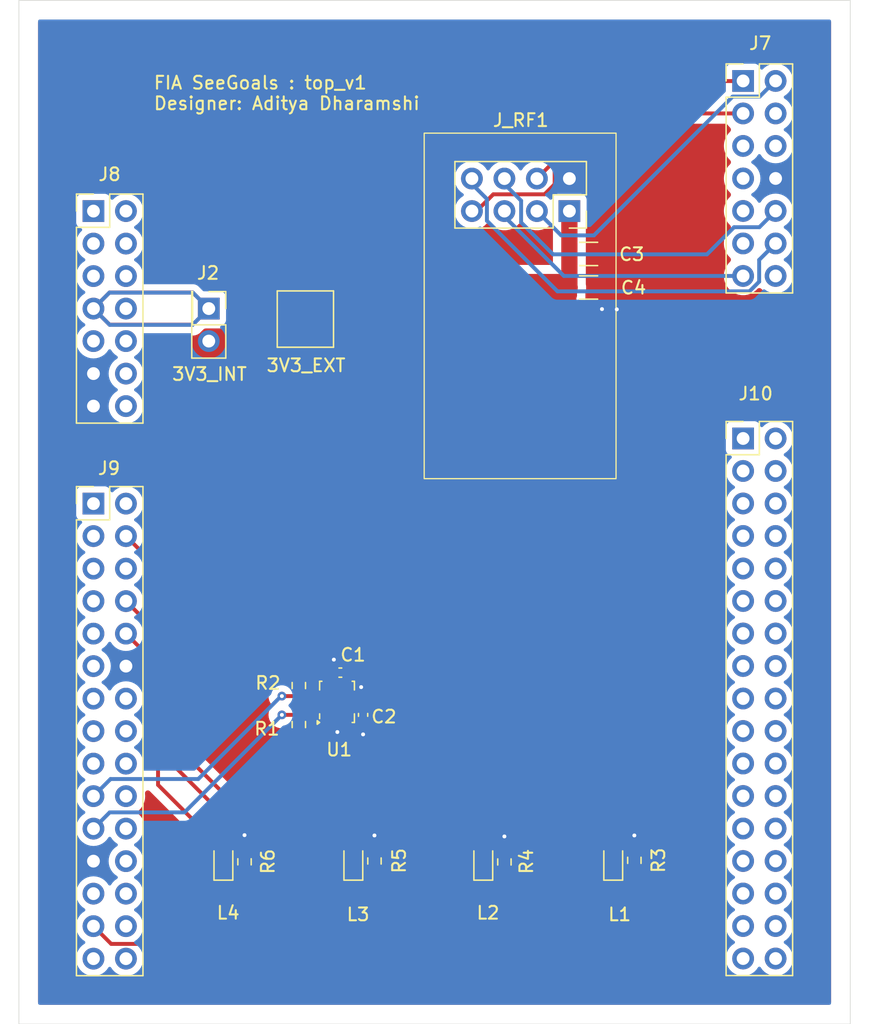
<source format=kicad_pcb>
(kicad_pcb (version 20240108) (generator "pcbnew") (generator_version "8.0")
  (layers (0 "F.Cu" signal) (31 "B.Cu" signal) (34 "B.Paste" user) (35 "F.Paste" user) (36 "B.SilkS" user "B.Silkscreen") (37 "F.SilkS" user "F.Silkscreen") (38 "B.Mask" user) (39 "F.Mask" user) (44 "Edge.Cuts" user))
  (net 0 "")
  (net 1 "/3V3")
  (net 2 "GND")
  (net 3 "/STM/RF_SCK")
  (net 4 "/STM/RF_MOSI")
  (net 5 "/STM/RF_IRQ")
  (net 8 "/STM/RF_CE")
  (net 9 "/STM/RF_CSN")
  (net 10 "/STM/RF_MISO")
  (net 19 "Net-(J2-Pin_1)")
  (net 83 "/IMU/SDA")
  (net 84 "/IMU/SCL")
  (net 85 "/IMU/INT2")
  (net 86 "/IMU/CS")
  (net 87 "/IMU/INT1")
  (net 90 "/IMU/SDO_SAO")
  (net 91 "Net-(L1-K)")
  (net 92 "Net-(L2-K)")
  (net 93 "Net-(L3-K)")
  (net 94 "Net-(L4-K)")
  (net 95 "/STM/LED1")
  (net 96 "/STM/LED3")
  (net 97 "/STM/LED2")
  (net 98 "/STM/LED4")
  (footprint "Capacitor_SMD:C_1206_3216Metric" (layer "F.Cu") (at 150.47 84.63)
    (property "Reference" "C3" (at 3.38 0.03 0) (layer "F.SilkS") (effects (font (thickness 0.16))))
    (property "Value" "8.2p")
    (fp_line (start -0.711252 -0.91) (end 0.711252 -0.91) (stroke (width 0.12)) (layer "F.SilkS"))
    (fp_line (start -0.711252 0.91) (end 0.711252 0.91) (stroke (width 0.12)) (layer "F.SilkS"))
    (pad "1" smd roundrect (at -1.475 0) (size 1.15 1.8) (layers "F.Cu" "F.Paste" "F.Mask") (roundrect_rratio 0.217391) (net 1 "/3V3"))
    (pad "2" smd roundrect (at 1.475 0) (size 1.15 1.8) (layers "F.Cu" "F.Paste" "F.Mask") (roundrect_rratio 0.217391) (net 2 "GND"))
  )
  (footprint "Connector_PinHeader_2.54mm:PinHeader_2x15_P2.54mm_Vertical" (layer "F.Cu") (at 111.76 104.14)
    (property "Reference" "J9" (at 1.22 -2.76 180) (layer "F.SilkS") (effects (font (thickness 0.16))))
    (property "Value" "Conn_02x30_Odd_Even")
    (fp_line (start -1.33 -1.33) (end 0 -1.33) (stroke (width 0.12)) (layer "F.SilkS"))
    (fp_line (start -1.33 0) (end -1.33 -1.33) (stroke (width 0.12)) (layer "F.SilkS"))
    (fp_line (start -1.33 1.27) (end -1.33 36.89) (stroke (width 0.12)) (layer "F.SilkS"))
    (fp_line (start -1.33 1.27) (end 1.27 1.27) (stroke (width 0.12)) (layer "F.SilkS"))
    (fp_line (start -1.33 36.89) (end 3.87 36.89) (stroke (width 0.12)) (layer "F.SilkS"))
    (fp_line (start 1.27 -1.33) (end 3.87 -1.33) (stroke (width 0.12)) (layer "F.SilkS"))
    (fp_line (start 1.27 1.27) (end 1.27 -1.33) (stroke (width 0.12)) (layer "F.SilkS"))
    (fp_line (start 3.87 -1.33) (end 3.87 36.89) (stroke (width 0.12)) (layer "F.SilkS"))
    (pad "1" thru_hole rect (at 0 0) (size 1.7 1.7) (drill 1) (layers "*.Cu" "*.Mask"))
    (pad "2" thru_hole oval (at 2.54 0) (size 1.7 1.7) (drill 1) (layers "*.Cu" "*.Mask"))
    (pad "3" thru_hole oval (at 0 2.54) (size 1.7 1.7) (drill 1) (layers "*.Cu" "*.Mask"))
    (pad "4" thru_hole oval (at 2.54 2.54) (size 1.7 1.7) (drill 1) (layers "*.Cu" "*.Mask") (net 96 "/STM/LED3"))
    (pad "5" thru_hole oval (at 0 5.08) (size 1.7 1.7) (drill 1) (layers "*.Cu" "*.Mask"))
    (pad "6" thru_hole oval (at 2.54 5.08) (size 1.7 1.7) (drill 1) (layers "*.Cu" "*.Mask"))
    (pad "7" thru_hole oval (at 0 7.62) (size 1.7 1.7) (drill 1) (layers "*.Cu" "*.Mask"))
    (pad "8" thru_hole oval (at 2.54 7.62) (size 1.7 1.7) (drill 1) (layers "*.Cu" "*.Mask") (net 97 "/STM/LED2"))
    (pad "9" thru_hole oval (at 0 10.16) (size 1.7 1.7) (drill 1) (layers "*.Cu" "*.Mask"))
    (pad "10" thru_hole oval (at 2.54 10.16) (size 1.7 1.7) (drill 1) (layers "*.Cu" "*.Mask") (net 98 "/STM/LED4"))
    (pad "11" thru_hole oval (at 0 12.7) (size 1.7 1.7) (drill 1) (layers "*.Cu" "*.Mask"))
    (pad "12" thru_hole oval (at 2.54 12.7) (size 1.7 1.7) (drill 1) (layers "*.Cu" "*.Mask") (net 2 "GND"))
    (pad "13" thru_hole oval (at 0 15.24) (size 1.7 1.7) (drill 1) (layers "*.Cu" "*.Mask"))
    (pad "14" thru_hole oval (at 2.54 15.24) (size 1.7 1.7) (drill 1) (layers "*.Cu" "*.Mask"))
    (pad "15" thru_hole oval (at 0 17.78) (size 1.7 1.7) (drill 1) (layers "*.Cu" "*.Mask"))
    (pad "16" thru_hole oval (at 2.54 17.78) (size 1.7 1.7) (drill 1) (layers "*.Cu" "*.Mask"))
    (pad "17" thru_hole oval (at 0 20.32) (size 1.7 1.7) (drill 1) (layers "*.Cu" "*.Mask"))
    (pad "18" thru_hole oval (at 2.54 20.32) (size 1.7 1.7) (drill 1) (layers "*.Cu" "*.Mask"))
    (pad "19" thru_hole oval (at 0 22.86) (size 1.7 1.7) (drill 1) (layers "*.Cu" "*.Mask") (net 84 "/IMU/SCL"))
    (pad "20" thru_hole oval (at 2.54 22.86) (size 1.7 1.7) (drill 1) (layers "*.Cu" "*.Mask"))
    (pad "21" thru_hole oval (at 0 25.4) (size 1.7 1.7) (drill 1) (layers "*.Cu" "*.Mask") (net 83 "/IMU/SDA"))
    (pad "22" thru_hole oval (at 2.54 25.4) (size 1.7 1.7) (drill 1) (layers "*.Cu" "*.Mask"))
    (pad "23" thru_hole oval (at 0 27.94) (size 1.7 1.7) (drill 1) (layers "*.Cu" "*.Mask") (net 2 "GND"))
    (pad "24" thru_hole oval (at 2.54 27.94) (size 1.7 1.7) (drill 1) (layers "*.Cu" "*.Mask"))
    (pad "25" thru_hole oval (at 0 30.48) (size 1.7 1.7) (drill 1) (layers "*.Cu" "*.Mask"))
    (pad "26" thru_hole oval (at 2.54 30.48) (size 1.7 1.7) (drill 1) (layers "*.Cu" "*.Mask"))
    (pad "27" thru_hole oval (at 0 33.02) (size 1.7 1.7) (drill 1) (layers "*.Cu" "*.Mask") (net 95 "/STM/LED1"))
    (pad "28" thru_hole oval (at 2.54 33.02) (size 1.7 1.7) (drill 1) (layers "*.Cu" "*.Mask"))
    (pad "29" thru_hole oval (at 0 35.56) (size 1.7 1.7) (drill 1) (layers "*.Cu" "*.Mask"))
    (pad "30" thru_hole oval (at 2.54 35.56) (size 1.7 1.7) (drill 1) (layers "*.Cu" "*.Mask"))
  )
  (footprint "LED_SMD:LED_0603_1608Metric" (layer "F.Cu") (at 152.4 132.08 90)
    (property "Reference" "L1" (at -4.167 0.497 180) (layer "F.SilkS") (effects (font (thickness 0.16))))
    (property "Value" "RED LED")
    (fp_line (start 0.8 -0.735) (end -1.485 -0.735) (stroke (width 0.12)) (layer "F.SilkS"))
    (fp_line (start -1.485 -0.735) (end -1.485 0.735) (stroke (width 0.12)) (layer "F.SilkS"))
    (fp_line (start -1.485 0.735) (end 0.8 0.735) (stroke (width 0.12)) (layer "F.SilkS"))
    (pad "1" smd roundrect (at -0.787501 0 90) (size 0.875 0.95) (layers "F.Cu" "F.Paste" "F.Mask") (net 91 "Net-(L1-K)"))
    (pad "2" smd roundrect (at 0.787501 0 90) (size 0.875 0.95) (layers "F.Cu" "F.Paste" "F.Mask") (net 95 "/STM/LED1"))
  )
  (footprint "Resistor_SMD:R_0603_1608Metric" (layer "F.Cu") (at 143.891 132.143 -90)
    (property "Reference" "R4" (at -0.033 -1.719 90) (layer "F.SilkS") (effects (font (thickness 0.16))))
    (property "Value" "16.2")
    (fp_line (start -0.237258 0.5225) (end 0.237258 0.5225) (stroke (width 0.12)) (layer "F.SilkS"))
    (fp_line (start -0.237258 -0.5225) (end 0.237258 -0.5225) (stroke (width 0.12)) (layer "F.SilkS"))
    (pad "1" smd roundrect (at -0.825 0 270) (size 0.8 0.95) (layers "F.Cu" "F.Paste" "F.Mask") (net 2 "GND"))
    (pad "2" smd roundrect (at 0.825 0 270) (size 0.8 0.95) (layers "F.Cu" "F.Paste" "F.Mask") (net 92 "Net-(L2-K)"))
  )
  (footprint "LED_SMD:LED_0603_1608Metric" (layer "F.Cu") (at 121.92 132.08 90)
    (property "Reference" "L4" (at -4.04 0.37 180) (layer "F.SilkS") (effects (font (thickness 0.16))))
    (property "Value" "BLUE LED")
    (fp_line (start 0.8 -0.735) (end -1.485 -0.735) (stroke (width 0.12)) (layer "F.SilkS"))
    (fp_line (start -1.485 -0.735) (end -1.485 0.735) (stroke (width 0.12)) (layer "F.SilkS"))
    (fp_line (start -1.485 0.735) (end 0.8 0.735) (stroke (width 0.12)) (layer "F.SilkS"))
    (pad "1" smd roundrect (at -0.787501 0 90) (size 0.875 0.95) (layers "F.Cu" "F.Paste" "F.Mask") (net 94 "Net-(L4-K)"))
    (pad "2" smd roundrect (at 0.787501 0 90) (size 0.875 0.95) (layers "F.Cu" "F.Paste" "F.Mask") (net 98 "/STM/LED4"))
  )
  (footprint "LED_SMD:LED_0603_1608Metric" (layer "F.Cu") (at 132.08 132.08 90)
    (property "Reference" "L3" (at -4.167 0.369999 180) (layer "F.SilkS") (effects (font (thickness 0.16))))
    (property "Value" "WHITE LED")
    (fp_line (start 0.8 -0.735) (end -1.485 -0.735) (stroke (width 0.12)) (layer "F.SilkS"))
    (fp_line (start -1.485 -0.735) (end -1.485 0.735) (stroke (width 0.12)) (layer "F.SilkS"))
    (fp_line (start -1.485 0.735) (end 0.8 0.735) (stroke (width 0.12)) (layer "F.SilkS"))
    (pad "1" smd roundrect (at -0.787501 0 90) (size 0.875 0.95) (layers "F.Cu" "F.Paste" "F.Mask") (net 93 "Net-(L3-K)"))
    (pad "2" smd roundrect (at 0.787501 0 90) (size 0.875 0.95) (layers "F.Cu" "F.Paste" "F.Mask") (net 97 "/STM/LED2"))
  )
  (footprint "TestPoint:TestPoint_Pad_4.0x4.0mm" (layer "F.Cu") (at 128.33 89.72)
    (property "Reference" "H1" (hide yes))
    (property "Value" "MountingHole_Pad")
    (fp_line (start -2.2 -2.2) (end 2.2 -2.2) (stroke (width 0.12)) (layer "F.SilkS"))
    (fp_line (start -2.2 2.2) (end -2.2 -2.2) (stroke (width 0.12)) (layer "F.SilkS"))
    (fp_line (start 2.2 -2.2) (end 2.2 2.2) (stroke (width 0.12)) (layer "F.SilkS"))
    (fp_line (start 2.2 2.2) (end -2.2 2.2) (stroke (width 0.12)) (layer "F.SilkS"))
    (pad "1" smd rect (at 0 0) (size 4 4) (layers "F.Cu" "F.Mask") (net 1 "/3V3"))
  )
  (footprint "Resistor_SMD:R_0603_1608Metric" (layer "F.Cu") (at 127.8187 118.3577 -90)
    (property "Reference" "R2" (at -0.1977 2.4187 180) (layer "F.SilkS") (effects (font (thickness 0.16))))
    (property "Value" "1k")
    (fp_line (start -0.237258 0.5225) (end 0.237258 0.5225) (stroke (width 0.12)) (layer "F.SilkS"))
    (fp_line (start -0.237258 -0.5225) (end 0.237258 -0.5225) (stroke (width 0.12)) (layer "F.SilkS"))
    (pad "1" smd roundrect (at -0.825 0 270) (size 0.8 0.95) (layers "F.Cu" "F.Paste" "F.Mask") (net 1 "/3V3"))
    (pad "2" smd roundrect (at 0.825 0 270) (size 0.8 0.95) (layers "F.Cu" "F.Paste" "F.Mask") (net 84 "/IMU/SCL"))
  )
  (footprint "Package_LGA:LGA-14_3x2.5mm_P0.5mm_LayoutBorder3x4y" (layer "F.Cu") (at 130.8039 119.634 90)
    (property "Reference" "U1" (at -3.736 0.1661 180) (layer "F.SilkS") (effects (font (thickness 0.16))))
    (property "Value" "LSM6DSLTR")
    (fp_line (start 1.61 -1.36) (end 1.61 -1.185) (stroke (width 0.12)) (layer "F.SilkS"))
    (fp_line (start 0.935 -1.36) (end 1.61 -1.36) (stroke (width 0.12)) (layer "F.SilkS"))
    (fp_line (start -0.935 -1.36) (end -1.31 -1.36) (stroke (width 0.12)) (layer "F.SilkS"))
    (fp_line (start 1.61 1.36) (end 1.61 1.185) (stroke (width 0.12)) (layer "F.SilkS"))
    (fp_line (start 0.935 1.36) (end 1.61 1.36) (stroke (width 0.12)) (layer "F.SilkS"))
    (fp_line (start -0.935 1.36) (end -1.61 1.36) (stroke (width 0.12)) (layer "F.SilkS"))
    (fp_line (start -1.61 1.36) (end -1.61 1.185) (stroke (width 0.12)) (layer "F.SilkS"))
    (fp_poly (pts (xy -1.61 -1.36) (xy -1.75 -1.55) (xy -1.47 -1.55) (xy -1.61 -1.36)) (stroke (width 0.12)) (fill solid) (layer "F.SilkS"))
    (pad "1" smd roundrect (at -1.1625 -0.75 90) (size 0.625 0.35) (layers "F.Cu" "F.Paste" "F.Mask") (net 90 "/IMU/SDO_SAO"))
    (pad "2" smd roundrect (at -1.1625 -0.25 90) (size 0.625 0.35) (layers "F.Cu" "F.Paste" "F.Mask") (net 2 "GND"))
    (pad "3" smd roundrect (at -1.1625 0.25 90) (size 0.625 0.35) (layers "F.Cu" "F.Paste" "F.Mask") (net 2 "GND"))
    (pad "4" smd roundrect (at -1.1625 0.75 90) (size 0.625 0.35) (layers "F.Cu" "F.Paste" "F.Mask") (net 87 "/IMU/INT1"))
    (pad "5" smd roundrect (at -0.5 0.9125 90) (size 0.35 0.625) (layers "F.Cu" "F.Paste" "F.Mask") (net 1 "/3V3"))
    (pad "6" smd roundrect (at 0 0.9125 90) (size 0.35 0.625) (layers "F.Cu" "F.Paste" "F.Mask") (net 2 "GND"))
    (pad "7" smd roundrect (at 0.5 0.9125 90) (size 0.35 0.625) (layers "F.Cu" "F.Paste" "F.Mask") (net 2 "GND"))
    (pad "8" smd roundrect (at 1.1625 0.75 90) (size 0.625 0.35) (layers "F.Cu" "F.Paste" "F.Mask") (net 1 "/3V3"))
    (pad "9" smd roundrect (at 1.1625 0.25 90) (size 0.625 0.35) (layers "F.Cu" "F.Paste" "F.Mask") (net 85 "/IMU/INT2"))
    (pad "10" smd roundrect (at 1.1625 -0.25 90) (size 0.625 0.35) (layers "F.Cu" "F.Paste" "F.Mask"))
    (pad "11" smd roundrect (at 1.1625 -0.75 90) (size 0.625 0.35) (layers "F.Cu" "F.Paste" "F.Mask"))
    (pad "12" smd roundrect (at 0.5 -0.9125 90) (size 0.35 0.625) (layers "F.Cu" "F.Paste" "F.Mask") (net 86 "/IMU/CS"))
    (pad "13" smd roundrect (at 0 -0.9125 90) (size 0.35 0.625) (layers "F.Cu" "F.Paste" "F.Mask") (net 84 "/IMU/SCL"))
    (pad "14" smd roundrect (at -0.5 -0.9125 90) (size 0.35 0.625) (layers "F.Cu" "F.Paste" "F.Mask") (net 83 "/IMU/SDA"))
  )
  (footprint "Resistor_SMD:R_0603_1608Metric" (layer "F.Cu") (at 123.571002 132.131249 -90)
    (property "Reference" "R6" (at -0.021249 -1.828998 90) (layer "F.SilkS") (effects (font (thickness 0.16))))
    (property "Value" "16.2")
    (fp_line (start -0.237258 0.5225) (end 0.237258 0.5225) (stroke (width 0.12)) (layer "F.SilkS"))
    (fp_line (start -0.237258 -0.5225) (end 0.237258 -0.5225) (stroke (width 0.12)) (layer "F.SilkS"))
    (pad "1" smd roundrect (at -0.825 0 270) (size 0.8 0.95) (layers "F.Cu" "F.Paste" "F.Mask") (net 2 "GND"))
    (pad "2" smd roundrect (at 0.825 0 270) (size 0.8 0.95) (layers "F.Cu" "F.Paste" "F.Mask") (net 94 "Net-(L4-K)"))
  )
  (footprint "Connector_PinSocket_2.54mm:PinSocket_2x04_P2.54mm_Vertical" (layer "F.Cu") (at 148.971 81.28 -90)
    (property "Reference" "J_RF1" (at -7.1 3.801 0) (layer "F.SilkS") (effects (font (thickness 0.16))))
    (property "Value" "Conn_02x04_Counter_Clockwise")
    (fp_line (start -3.87 8.95) (end 1.33 8.95) (stroke (width 0.12)) (layer "F.SilkS"))
    (fp_line (start -1.27 1.27) (end 1.33 1.27) (stroke (width 0.12)) (layer "F.SilkS"))
    (fp_line (start 1.33 1.27) (end 1.33 8.95) (stroke (width 0.12)) (layer "F.SilkS"))
    (fp_line (start -3.87 -1.33) (end -3.87 8.95) (stroke (width 0.12)) (layer "F.SilkS"))
    (fp_line (start -3.87 -1.33) (end -1.27 -1.33) (stroke (width 0.12)) (layer "F.SilkS"))
    (fp_line (start -1.27 -1.33) (end -1.27 1.27) (stroke (width 0.12)) (layer "F.SilkS"))
    (fp_line (start 0 -1.33) (end 1.33 -1.33) (stroke (width 0.12)) (layer "F.SilkS"))
    (fp_line (start 1.33 -1.33) (end 1.33 0) (stroke (width 0.12)) (layer "F.SilkS"))
    (pad "1" thru_hole rect (at 0 0 270) (size 1.7 1.7) (drill 1) (layers "*.Cu" "*.Mask") (net 1 "/3V3"))
    (pad "2" thru_hole oval (at -2.54 0 270) (size 1.7 1.7) (drill 1) (layers "*.Cu" "*.Mask") (net 2 "GND"))
    (pad "3" thru_hole oval (at 0 2.54 270) (size 1.7 1.7) (drill 1) (layers "*.Cu" "*.Mask") (net 9 "/STM/RF_CSN"))
    (pad "4" thru_hole oval (at -2.54 2.54 270) (size 1.7 1.7) (drill 1) (layers "*.Cu" "*.Mask") (net 8 "/STM/RF_CE"))
    (pad "5" thru_hole oval (at 0 5.08 270) (size 1.7 1.7) (drill 1) (layers "*.Cu" "*.Mask") (net 4 "/STM/RF_MOSI"))
    (pad "6" thru_hole oval (at -2.54 5.08 270) (size 1.7 1.7) (drill 1) (layers "*.Cu" "*.Mask") (net 3 "/STM/RF_SCK"))
    (pad "7" thru_hole oval (at 0 7.62 270) (size 1.7 1.7) (drill 1) (layers "*.Cu" "*.Mask") (net 5 "/STM/RF_IRQ"))
    (pad "8" thru_hole oval (at -2.54 7.62 270) (size 1.7 1.7) (drill 1) (layers "*.Cu" "*.Mask") (net 10 "/STM/RF_MISO"))
  )
  (footprint "Capacitor_SMD:C_0402_1005Metric" (layer "F.Cu") (at 132.842 120.65 -90)
    (property "Reference" "C2" (at 0.14 -1.628 180) (layer "F.SilkS") (effects (font (thickness 0.16))))
    (property "Value" "100nF")
    (fp_line (start -0.107836 0.36) (end 0.107836 0.36) (stroke (width 0.12)) (layer "F.SilkS"))
    (fp_line (start -0.107836 -0.36) (end 0.107836 -0.36) (stroke (width 0.12)) (layer "F.SilkS"))
    (pad "1" smd roundrect (at -0.48 0 270) (size 0.56 0.62) (layers "F.Cu" "F.Paste" "F.Mask") (net 1 "/3V3"))
    (pad "2" smd roundrect (at 0.48 0 270) (size 0.56 0.62) (layers "F.Cu" "F.Paste" "F.Mask") (net 2 "GND"))
  )
  (footprint "Resistor_SMD:R_0603_1608Metric" (layer "F.Cu") (at 154.051001 132.016 -90)
    (property "Reference" "R3" (at 0.004 -1.878999 90) (layer "F.SilkS") (effects (font (thickness 0.16))))
    (property "Value" "62")
    (fp_line (start -0.237258 0.5225) (end 0.237258 0.5225) (stroke (width 0.12)) (layer "F.SilkS"))
    (fp_line (start -0.237258 -0.5225) (end 0.237258 -0.5225) (stroke (width 0.12)) (layer "F.SilkS"))
    (pad "1" smd roundrect (at -0.825 0 270) (size 0.8 0.95) (layers "F.Cu" "F.Paste" "F.Mask") (net 2 "GND"))
    (pad "2" smd roundrect (at 0.825 0 270) (size 0.8 0.95) (layers "F.Cu" "F.Paste" "F.Mask") (net 91 "Net-(L1-K)"))
  )
  (footprint "LED_SMD:LED_0603_1608Metric" (layer "F.Cu") (at 142.24 132.08 90)
    (property "Reference" "L2" (at -4.04 0.369999 180) (layer "F.SilkS") (effects (font (thickness 0.16))))
    (property "Value" "BLUE LED")
    (fp_line (start 0.8 -0.735) (end -1.485 -0.735) (stroke (width 0.12)) (layer "F.SilkS"))
    (fp_line (start -1.485 -0.735) (end -1.485 0.735) (stroke (width 0.12)) (layer "F.SilkS"))
    (fp_line (start -1.485 0.735) (end 0.8 0.735) (stroke (width 0.12)) (layer "F.SilkS"))
    (pad "1" smd roundrect (at -0.787501 0 90) (size 0.875 0.95) (layers "F.Cu" "F.Paste" "F.Mask") (net 92 "Net-(L2-K)"))
    (pad "2" smd roundrect (at 0.787501 0 90) (size 0.875 0.95) (layers "F.Cu" "F.Paste" "F.Mask") (net 96 "/STM/LED3"))
  )
  (footprint "Resistor_SMD:R_0603_1608Metric" (layer "F.Cu") (at 133.731 132.06725 -90)
    (property "Reference" "R5" (at -0.01725 -1.929 90) (layer "F.SilkS") (effects (font (thickness 0.16))))
    (property "Value" "15.4")
    (fp_line (start -0.237258 0.5225) (end 0.237258 0.5225) (stroke (width 0.12)) (layer "F.SilkS"))
    (fp_line (start -0.237258 -0.5225) (end 0.237258 -0.5225) (stroke (width 0.12)) (layer "F.SilkS"))
    (pad "1" smd roundrect (at -0.825 0 270) (size 0.8 0.95) (layers "F.Cu" "F.Paste" "F.Mask") (net 2 "GND"))
    (pad "2" smd roundrect (at 0.825 0 270) (size 0.8 0.95) (layers "F.Cu" "F.Paste" "F.Mask") (net 93 "Net-(L3-K)"))
  )
  (footprint "Connector_PinHeader_2.54mm:PinHeader_2x17_P2.54mm_Vertical" (layer "F.Cu") (at 162.555 99.05)
    (property "Reference" "J10" (at 0.985 -3.5 180) (layer "F.SilkS") (effects (font (thickness 0.16))))
    (property "Value" "Conn_02x17_Odd_Even")
    (fp_line (start -1.33 -1.33) (end 0 -1.33) (stroke (width 0.12)) (layer "F.SilkS"))
    (fp_line (start -1.33 0) (end -1.33 -1.33) (stroke (width 0.12)) (layer "F.SilkS"))
    (fp_line (start -1.33 1.27) (end -1.33 41.97) (stroke (width 0.12)) (layer "F.SilkS"))
    (fp_line (start -1.33 1.27) (end 1.27 1.27) (stroke (width 0.12)) (layer "F.SilkS"))
    (fp_line (start -1.33 41.97) (end 3.87 41.97) (stroke (width 0.12)) (layer "F.SilkS"))
    (fp_line (start 1.27 -1.33) (end 3.87 -1.33) (stroke (width 0.12)) (layer "F.SilkS"))
    (fp_line (start 1.27 1.27) (end 1.27 -1.33) (stroke (width 0.12)) (layer "F.SilkS"))
    (fp_line (start 3.87 -1.33) (end 3.87 41.97) (stroke (width 0.12)) (layer "F.SilkS"))
    (pad "1" thru_hole rect (at 0 0) (size 1.7 1.7) (drill 1) (layers "*.Cu" "*.Mask"))
    (pad "2" thru_hole oval (at 2.54 0) (size 1.7 1.7) (drill 1) (layers "*.Cu" "*.Mask"))
    (pad "3" thru_hole oval (at 0 2.54) (size 1.7 1.7) (drill 1) (layers "*.Cu" "*.Mask"))
    (pad "4" thru_hole oval (at 2.54 2.54) (size 1.7 1.7) (drill 1) (layers "*.Cu" "*.Mask"))
    (pad "5" thru_hole oval (at 0 5.08) (size 1.7 1.7) (drill 1) (layers "*.Cu" "*.Mask"))
    (pad "6" thru_hole oval (at 2.54 5.08) (size 1.7 1.7) (drill 1) (layers "*.Cu" "*.Mask"))
    (pad "7" thru_hole oval (at 0 7.62) (size 1.7 1.7) (drill 1) (layers "*.Cu" "*.Mask"))
    (pad "8" thru_hole oval (at 2.54 7.62) (size 1.7 1.7) (drill 1) (layers "*.Cu" "*.Mask"))
    (pad "9" thru_hole oval (at 0 10.16) (size 1.7 1.7) (drill 1) (layers "*.Cu" "*.Mask"))
    (pad "10" thru_hole oval (at 2.54 10.16) (size 1.7 1.7) (drill 1) (layers "*.Cu" "*.Mask"))
    (pad "11" thru_hole oval (at 0 12.7) (size 1.7 1.7) (drill 1) (layers "*.Cu" "*.Mask"))
    (pad "12" thru_hole oval (at 2.54 12.7) (size 1.7 1.7) (drill 1) (layers "*.Cu" "*.Mask"))
    (pad "13" thru_hole oval (at 0 15.24) (size 1.7 1.7) (drill 1) (layers "*.Cu" "*.Mask"))
    (pad "14" thru_hole oval (at 2.54 15.24) (size 1.7 1.7) (drill 1) (layers "*.Cu" "*.Mask"))
    (pad "15" thru_hole oval (at 0 17.78) (size 1.7 1.7) (drill 1) (layers "*.Cu" "*.Mask"))
    (pad "16" thru_hole oval (at 2.54 17.78) (size 1.7 1.7) (drill 1) (layers "*.Cu" "*.Mask"))
    (pad "17" thru_hole oval (at 0 20.32) (size 1.7 1.7) (drill 1) (layers "*.Cu" "*.Mask"))
    (pad "18" thru_hole oval (at 2.54 20.32) (size 1.7 1.7) (drill 1) (layers "*.Cu" "*.Mask"))
    (pad "19" thru_hole oval (at 0 22.86) (size 1.7 1.7) (drill 1) (layers "*.Cu" "*.Mask"))
    (pad "20" thru_hole oval (at 2.54 22.86) (size 1.7 1.7) (drill 1) (layers "*.Cu" "*.Mask"))
    (pad "21" thru_hole oval (at 0 25.4) (size 1.7 1.7) (drill 1) (layers "*.Cu" "*.Mask"))
    (pad "22" thru_hole oval (at 2.54 25.4) (size 1.7 1.7) (drill 1) (layers "*.Cu" "*.Mask"))
    (pad "23" thru_hole oval (at 0 27.94) (size 1.7 1.7) (drill 1) (layers "*.Cu" "*.Mask"))
    (pad "24" thru_hole oval (at 2.54 27.94) (size 1.7 1.7) (drill 1) (layers "*.Cu" "*.Mask"))
    (pad "25" thru_hole oval (at 0 30.48) (size 1.7 1.7) (drill 1) (layers "*.Cu" "*.Mask"))
    (pad "26" thru_hole oval (at 2.54 30.48) (size 1.7 1.7) (drill 1) (layers "*.Cu" "*.Mask"))
    (pad "27" thru_hole oval (at 0 33.02) (size 1.7 1.7) (drill 1) (layers "*.Cu" "*.Mask"))
    (pad "28" thru_hole oval (at 2.54 33.02) (size 1.7 1.7) (drill 1) (layers "*.Cu" "*.Mask"))
    (pad "29" thru_hole oval (at 0 35.56) (size 1.7 1.7) (drill 1) (layers "*.Cu" "*.Mask"))
    (pad "30" thru_hole oval (at 2.54 35.56) (size 1.7 1.7) (drill 1) (layers "*.Cu" "*.Mask"))
    (pad "31" thru_hole oval (at 0 38.1) (size 1.7 1.7) (drill 1) (layers "*.Cu" "*.Mask"))
    (pad "32" thru_hole oval (at 2.54 38.1) (size 1.7 1.7) (drill 1) (layers "*.Cu" "*.Mask"))
    (pad "33" thru_hole oval (at 0 40.64) (size 1.7 1.7) (drill 1) (layers "*.Cu" "*.Mask"))
    (pad "34" thru_hole oval (at 2.54 40.64) (size 1.7 1.7) (drill 1) (layers "*.Cu" "*.Mask"))
  )
  (footprint "Resistor_SMD:R_0603_1608Metric" (layer "F.Cu") (at 127.8187 121.4057 90)
    (property "Reference" "R1" (at -0.3343 -2.4987 180) (layer "F.SilkS") (effects (font (thickness 0.16))))
    (property "Value" "1k")
    (fp_line (start -0.237258 -0.5225) (end 0.237258 -0.5225) (stroke (width 0.12)) (layer "F.SilkS"))
    (fp_line (start -0.237258 0.5225) (end 0.237258 0.5225) (stroke (width 0.12)) (layer "F.SilkS"))
    (pad "1" smd roundrect (at -0.825 0 90) (size 0.8 0.95) (layers "F.Cu" "F.Paste" "F.Mask") (net 1 "/3V3"))
    (pad "2" smd roundrect (at 0.825 0 90) (size 0.8 0.95) (layers "F.Cu" "F.Paste" "F.Mask") (net 83 "/IMU/SDA"))
  )
  (footprint "Capacitor_SMD:C_1206_3216Metric" (layer "F.Cu") (at 150.47 87.25)
    (property "Reference" "C4" (at 3.52 0.02 0) (layer "F.SilkS") (effects (font (thickness 0.16))))
    (property "Value" "10uF")
    (fp_line (start -0.711252 -0.91) (end 0.711252 -0.91) (stroke (width 0.12)) (layer "F.SilkS"))
    (fp_line (start -0.711252 0.91) (end 0.711252 0.91) (stroke (width 0.12)) (layer "F.SilkS"))
    (pad "1" smd roundrect (at -1.475 0) (size 1.15 1.8) (layers "F.Cu" "F.Paste" "F.Mask") (roundrect_rratio 0.217391) (net 1 "/3V3"))
    (pad "2" smd roundrect (at 1.475 0) (size 1.15 1.8) (layers "F.Cu" "F.Paste" "F.Mask") (roundrect_rratio 0.217391) (net 2 "GND"))
  )
  (footprint "Connector_PinHeader_2.54mm:PinHeader_2x07_P2.54mm_Vertical" (layer "F.Cu") (at 111.76 81.28)
    (property "Reference" "J8" (at 1.26 -2.87 0) (layer "F.SilkS") (effects (font (thickness 0.16))))
    (property "Value" "Conn_02x16_Odd_Even")
    (fp_line (start -1.33 -1.33) (end 0 -1.33) (stroke (width 0.12)) (layer "F.SilkS"))
    (fp_line (start -1.33 0) (end -1.33 -1.33) (stroke (width 0.12)) (layer "F.SilkS"))
    (fp_line (start -1.33 1.27) (end -1.33 16.57) (stroke (width 0.12)) (layer "F.SilkS"))
    (fp_line (start -1.33 1.27) (end 1.27 1.27) (stroke (width 0.12)) (layer "F.SilkS"))
    (fp_line (start -1.33 16.57) (end 3.87 16.57) (stroke (width 0.12)) (layer "F.SilkS"))
    (fp_line (start 1.27 -1.33) (end 3.87 -1.33) (stroke (width 0.12)) (layer "F.SilkS"))
    (fp_line (start 1.27 1.27) (end 1.27 -1.33) (stroke (width 0.12)) (layer "F.SilkS"))
    (fp_line (start 3.87 -1.33) (end 3.87 16.57) (stroke (width 0.12)) (layer "F.SilkS"))
    (pad "1" thru_hole rect (at 0 0) (size 1.7 1.7) (drill 1) (layers "*.Cu" "*.Mask"))
    (pad "2" thru_hole oval (at 2.54 0) (size 1.7 1.7) (drill 1) (layers "*.Cu" "*.Mask"))
    (pad "3" thru_hole oval (at 0 2.54) (size 1.7 1.7) (drill 1) (layers "*.Cu" "*.Mask"))
    (pad "4" thru_hole oval (at 2.54 2.54) (size 1.7 1.7) (drill 1) (layers "*.Cu" "*.Mask"))
    (pad "5" thru_hole oval (at 0 5.08) (size 1.7 1.7) (drill 1) (layers "*.Cu" "*.Mask"))
    (pad "6" thru_hole oval (at 2.54 5.08) (size 1.7 1.7) (drill 1) (layers "*.Cu" "*.Mask"))
    (pad "7" thru_hole oval (at 0 7.62) (size 1.7 1.7) (drill 1) (layers "*.Cu" "*.Mask") (net 19 "Net-(J2-Pin_1)"))
    (pad "8" thru_hole oval (at 2.54 7.62) (size 1.7 1.7) (drill 1) (layers "*.Cu" "*.Mask"))
    (pad "9" thru_hole oval (at 0 10.16) (size 1.7 1.7) (drill 1) (layers "*.Cu" "*.Mask"))
    (pad "10" thru_hole oval (at 2.54 10.16) (size 1.7 1.7) (drill 1) (layers "*.Cu" "*.Mask"))
    (pad "11" thru_hole oval (at 0 12.7) (size 1.7 1.7) (drill 1) (layers "*.Cu" "*.Mask") (net 2 "GND"))
    (pad "12" thru_hole oval (at 2.54 12.7) (size 1.7 1.7) (drill 1) (layers "*.Cu" "*.Mask"))
    (pad "13" thru_hole oval (at 0 15.24) (size 1.7 1.7) (drill 1) (layers "*.Cu" "*.Mask") (net 2 "GND"))
    (pad "14" thru_hole oval (at 2.54 15.24) (size 1.7 1.7) (drill 1) (layers "*.Cu" "*.Mask"))
  )
  (footprint "Connector_PinHeader_2.54mm:PinHeader_2x01_P2.54mm_Vertical" (layer "F.Cu") (at 120.777 88.9 -90)
    (property "Reference" "J2" (at -2.78 0.057 180) (layer "F.SilkS") (effects (font (thickness 0.16))))
    (property "Value" "Conn_01x02_Pin")
    (fp_line (start -1.33 1.33) (end 3.87 1.33) (stroke (width 0.12)) (layer "F.SilkS"))
    (fp_line (start -1.33 1.27) (end -1.33 1.33) (stroke (width 0.12)) (layer "F.SilkS"))
    (fp_line (start -1.33 1.27) (end 1.27 1.27) (stroke (width 0.12)) (layer "F.SilkS"))
    (fp_line (start 1.27 1.27) (end 1.27 -1.33) (stroke (width 0.12)) (layer "F.SilkS"))
    (fp_line (start -1.33 0) (end -1.33 -1.33) (stroke (width 0.12)) (layer "F.SilkS"))
    (fp_line (start -1.33 -1.33) (end 0 -1.33) (stroke (width 0.12)) (layer "F.SilkS"))
    (fp_line (start 1.27 -1.33) (end 3.87 -1.33) (stroke (width 0.12)) (layer "F.SilkS"))
    (fp_line (start 3.87 -1.33) (end 3.87 1.33) (stroke (width 0.12)) (layer "F.SilkS"))
    (pad "1" thru_hole rect (at 0 0 270) (size 1.7 1.7) (drill 1) (layers "*.Cu" "*.Mask") (net 19 "Net-(J2-Pin_1)"))
    (pad "2" thru_hole oval (at 2.54 0 270) (size 1.7 1.7) (drill 1) (layers "*.Cu" "*.Mask") (net 1 "/3V3"))
  )
  (footprint "Connector_PinHeader_2.54mm:PinHeader_2x07_P2.54mm_Vertical" (layer "F.Cu") (at 162.555 71.11)
    (property "Reference" "J7" (at 1.335 -2.94 0) (layer "F.SilkS") (effects (font (thickness 0.16))))
    (property "Value" "Conn_02x16_Odd_Even")
    (fp_line (start -1.33 -1.33) (end 0 -1.33) (stroke (width 0.12)) (layer "F.SilkS"))
    (fp_line (start -1.33 0) (end -1.33 -1.33) (stroke (width 0.12)) (layer "F.SilkS"))
    (fp_line (start -1.33 1.27) (end -1.33 16.57) (stroke (width 0.12)) (layer "F.SilkS"))
    (fp_line (start -1.33 1.27) (end 1.27 1.27) (stroke (width 0.12)) (layer "F.SilkS"))
    (fp_line (start -1.33 16.57) (end 3.87 16.57) (stroke (width 0.12)) (layer "F.SilkS"))
    (fp_line (start 1.27 -1.33) (end 3.87 -1.33) (stroke (width 0.12)) (layer "F.SilkS"))
    (fp_line (start 1.27 1.27) (end 1.27 -1.33) (stroke (width 0.12)) (layer "F.SilkS"))
    (fp_line (start 3.87 -1.33) (end 3.87 16.57) (stroke (width 0.12)) (layer "F.SilkS"))
    (pad "1" thru_hole rect (at 0 0) (size 1.7 1.7) (drill 1) (layers "*.Cu" "*.Mask") (net 8 "/STM/RF_CE"))
    (pad "2" thru_hole oval (at 2.54 0) (size 1.7 1.7) (drill 1) (layers "*.Cu" "*.Mask") (net 9 "/STM/RF_CSN"))
    (pad "3" thru_hole oval (at 0 2.54) (size 1.7 1.7) (drill 1) (layers "*.Cu" "*.Mask") (net 5 "/STM/RF_IRQ"))
    (pad "4" thru_hole oval (at 2.54 2.54) (size 1.7 1.7) (drill 1) (layers "*.Cu" "*.Mask"))
    (pad "5" thru_hole oval (at 0 5.08) (size 1.7 1.7) (drill 1) (layers "*.Cu" "*.Mask"))
    (pad "6" thru_hole oval (at 2.54 5.08) (size 1.7 1.7) (drill 1) (layers "*.Cu" "*.Mask"))
    (pad "7" thru_hole oval (at 0 7.62) (size 1.7 1.7) (drill 1) (layers "*.Cu" "*.Mask"))
    (pad "8" thru_hole oval (at 2.54 7.62) (size 1.7 1.7) (drill 1) (layers "*.Cu" "*.Mask") (net 2 "GND"))
    (pad "9" thru_hole oval (at 0 10.16) (size 1.7 1.7) (drill 1) (layers "*.Cu" "*.Mask"))
    (pad "10" thru_hole oval (at 2.54 10.16) (size 1.7 1.7) (drill 1) (layers "*.Cu" "*.Mask") (net 3 "/STM/RF_SCK"))
    (pad "11" thru_hole oval (at 0 12.7) (size 1.7 1.7) (drill 1) (layers "*.Cu" "*.Mask"))
    (pad "12" thru_hole oval (at 2.54 12.7) (size 1.7 1.7) (drill 1) (layers "*.Cu" "*.Mask") (net 10 "/STM/RF_MISO"))
    (pad "13" thru_hole oval (at 0 15.24) (size 1.7 1.7) (drill 1) (layers "*.Cu" "*.Mask") (net 4 "/STM/RF_MOSI"))
    (pad "14" thru_hole oval (at 2.54 15.24) (size 1.7 1.7) (drill 1) (layers "*.Cu" "*.Mask"))
  )
  (footprint "Capacitor_SMD:C_0402_1005Metric" (layer "F.Cu") (at 131.064 117.348 180)
    (property "Reference" "C1" (at -0.986 1.388 0) (layer "F.SilkS") (effects (font (thickness 0.16))))
    (property "Value" "100nF")
    (fp_line (start -0.107836 0.36) (end 0.107836 0.36) (stroke (width 0.12)) (layer "F.SilkS"))
    (fp_line (start -0.107836 -0.36) (end 0.107836 -0.36) (stroke (width 0.12)) (layer "F.SilkS"))
    (pad "1" smd roundrect (at -0.48 0 180) (size 0.56 0.62) (layers "F.Cu" "F.Paste" "F.Mask") (net 1 "/3V3"))
    (pad "2" smd roundrect (at 0.48 0 180) (size 0.56 0.62) (layers "F.Cu" "F.Paste" "F.Mask") (net 2 "GND"))
  )
  (gr_rect (start 137.62 75.19) (end 152.62 102.19) (stroke (width 0.1)) (fill none) (layer "F.SilkS"))
  (gr_rect (start 105.93 64.81) (end 170.93 144.81) (stroke (width 0.05)) (fill none) (layer "Edge.Cuts"))
  (gr_text "3V3_EXT" (at 128.38 93.34 0) (layer "F.SilkS") (effects (font (size 1 1) (thickness 0.16))))
  (gr_text "FIA SeeGoals : top_v1\nDesigner: Aditya Dharamshi\n" (at 116.39 72.06 0) (layer "F.SilkS") (effects (font (size 1 1) (thickness 0.16)) (justify left)))
  (gr_text "3V3_INT" (at 120.83 94.02 0) (layer "F.SilkS") (effects (font (size 1 1) (thickness 0.16))))
  (segment (start 148.971 87.226) (end 148.995 87.25) (width 1.27) (layer "F.Cu") (net 1))
  (segment (start 131.7164 120.134) (end 132.806 120.134) (width 0.3048) (layer "F.Cu") (net 1))
  (segment (start 131.544 115.616) (end 131.55 115.61) (width 0.3048) (layer "F.Cu") (net 1))
  (segment (start 132.806 120.134) (end 132.842 120.17) (width 0.3048) (layer "F.Cu") (net 1))
  (segment (start 132.842 120.17) (end 133.89 120.17) (width 0.3048) (layer "F.Cu") (net 1))
  (segment (start 131.5813 117.3853) (end 131.5813 118.4715) (width 0.3048) (layer "F.Cu") (net 1))
  (segment (start 148.971 81.28) (end 148.971 87.226) (width 1.27) (layer "F.Cu") (net 1))
  (segment (start 131.544 117.348) (end 131.5813 117.3853) (width 0.3048) (layer "F.Cu") (net 1))
  (segment (start 131.0539 120.7965) (end 131.0539 121.7661) (width 0.3048) (layer "F.Cu") (net 2))
  (segment (start 154.051001 131.191) (end 154.051001 130.072501) (width 0.3048) (layer "F.Cu") (net 2))
  (segment (start 130.584 117.348) (end 130.584 116.36) (width 0.3048) (layer "F.Cu") (net 2))
  (segment (start 131.7164 119.134) (end 131.7164 119.6066) (width 0.3048) (layer "F.Cu") (net 2))
  (segment (start 143.891 131.26675) (end 143.891 130.148252) (width 0.3048) (layer "F.Cu") (net 2))
  (segment (start 132.69 118.48) (end 132.036 119.134) (width 0.3048) (layer "F.Cu") (net 2))
  (segment (start 123.571001 131.166499) (end 123.571001 130.048) (width 0.3048) (layer "F.Cu") (net 2))
  (segment (start 130.5539 120.7965) (end 130.5539 121.7139) (width 0.3048) (layer "F.Cu") (net 2))
  (segment (start 132.842 121.13) (end 132.842 122.174) (width 0.3048) (layer "F.Cu") (net 2))
  (segment (start 131.0539 121.7661) (end 130.83 121.99) (width 0.3048) (layer "F.Cu") (net 2))
  (segment (start 130.5539 121.7139) (end 130.83 121.99) (width 0.3048) (layer "F.Cu") (net 2))
  (segment (start 132.036 119.134) (end 131.7164 119.134) (width 0.3048) (layer "F.Cu") (net 2))
  (segment (start 130.584 116.36) (end 130.556 116.332) (width 0.3048) (layer "F.Cu") (net 2))
  (segment (start 133.731 131.191) (end 133.731 130.072501) (width 0.3048) (layer "F.Cu") (net 2))
  (via (at 130.83 121.99) (size 0.6858) (drill 0.3048) (layers "F.Cu" "B.Cu") (net 2))
  (via (at 132.69 118.48) (size 0.6858) (drill 0.3048) (layers "F.Cu" "B.Cu") (net 2))
  (via (at 132.842 122.174) (size 0.6858) (drill 0.3048) (layers "F.Cu" "B.Cu") (net 2))
  (via (at 130.556 116.332) (size 0.6858) (drill 0.3048) (layers "F.Cu" "B.Cu") (net 2))
  (via (at 154.051001 130.072501) (size 0.6858) (drill 0.3048) (layers "F.Cu" "B.Cu") (net 2))
  (via (at 152.68 88.96) (size 0.6858) (drill 0.3048) (layers "F.Cu" "B.Cu") (net 2))
  (via (at 133.731 130.072501) (size 0.6858) (drill 0.3048) (layers "F.Cu" "B.Cu") (net 2))
  (via (at 143.891 130.148252) (size 0.6858) (drill 0.3048) (layers "F.Cu" "B.Cu") (net 2))
  (via (at 123.571001 130.048) (size 0.6858) (drill 0.3048) (layers "F.Cu" "B.Cu") (net 2))
  (via (at 151.52 88.94) (size 0.6858) (drill 0.3048) (layers "F.Cu" "B.Cu") (net 2))
  (segment (start 159.73 84.66) (end 161.85 82.54) (width 0.3048) (layer "B.Cu") (net 3))
  (segment (start 145.1976 82.168051) (end 147.689549 84.66) (width 0.3048) (layer "B.Cu") (net 3))
  (segment (start 163.825 82.54) (end 165.095 81.27) (width 0.3048) (layer "B.Cu") (net 3))
  (segment (start 147.689549 84.66) (end 159.73 84.66) (width 0.3048) (layer "B.Cu") (net 3))
  (segment (start 143.86 79.13) (end 145.1976 80.4676) (width 0.3048) (layer "B.Cu") (net 3))
  (segment (start 145.1976 80.4676) (end 145.1976 82.168051) (width 0.3048) (layer "B.Cu") (net 3))
  (segment (start 161.85 82.54) (end 163.825 82.54) (width 0.3048) (layer "B.Cu") (net 3))
  (segment (start 143.860001 81.67) (end 148.540001 86.35) (width 0.3048) (layer "B.Cu") (net 4))
  (segment (start 148.540001 86.35) (end 162.555 86.35) (width 0.3048) (layer "B.Cu") (net 4))
  (segment (start 147.03 79.97) (end 147.8186 79.1814) (width 0.3048) (layer "F.Cu") (net 5))
  (segment (start 141.32 81.67) (end 143.02 79.97) (width 0.3048) (layer "F.Cu") (net 5))
  (segment (start 143.02 79.97) (end 147.03 79.97) (width 0.3048) (layer "F.Cu") (net 5))
  (segment (start 152.35 73.65) (end 162.555 73.65) (width 0.3048) (layer "F.Cu") (net 5))
  (segment (start 147.8186 78.1814) (end 152.35 73.65) (width 0.3048) (layer "F.Cu") (net 5))
  (segment (start 147.8186 79.1814) (end 147.8186 78.1814) (width 0.3048) (layer "F.Cu") (net 5))
  (segment (start 154.051 71.12) (end 146.431 78.74) (width 0.3048) (layer "F.Cu") (net 8))
  (segment (start 162.555 71.11) (end 162.545 71.12) (width 0.3048) (layer "F.Cu") (net 8))
  (segment (start 162.545 71.12) (end 154.051 71.12) (width 0.3048) (layer "F.Cu") (net 8))
  (segment (start 146.4 79.13) (end 146.422 79.13) (width 0.3048) (layer "F.Cu") (net 8))
  (segment (start 148.331 83.18) (end 146.431 81.28) (width 0.3048) (layer "B.Cu") (net 9))
  (segment (start 150.89 83.18) (end 148.331 83.18) (width 0.3048) (layer "B.Cu") (net 9))
  (segment (start 165.095 71.11) (end 165.07 71.11) (width 0.3048) (layer "B.Cu") (net 9))
  (segment (start 165.07 71.11) (end 163.85 72.33) (width 0.3048) (layer "B.Cu") (net 9))
  (segment (start 163.85 72.33) (end 161.74 72.33) (width 0.3048) (layer "B.Cu") (net 9))
  (segment (start 161.74 72.33) (end 150.89 83.18) (width 0.3048) (layer "B.Cu") (net 9))
  (segment (start 148.04195 87.5524) (end 163.053051 87.5524) (width 0.3048) (layer "B.Cu") (net 10))
  (segment (start 163.81 86.795451) (end 163.81 85.095) (width 0.3048) (layer "B.Cu") (net 10))
  (segment (start 142.5224 80.3324) (end 142.5224 82.03285) (width 0.3048) (layer "B.Cu") (net 10))
  (segment (start 142.5224 82.03285) (end 148.04195 87.5524) (width 0.3048) (layer "B.Cu") (net 10))
  (segment (start 163.81 85.095) (end 165.095 83.81) (width 0.3048) (layer "B.Cu") (net 10))
  (segment (start 141.32 79.13) (end 142.5224 80.3324) (width 0.3048) (layer "B.Cu") (net 10))
  (segment (start 163.053051 87.5524) (end 163.81 86.795451) (width 0.3048) (layer "B.Cu") (net 10))
  (segment (start 119.523 90.154) (end 120.777 88.9) (width 0.3048) (layer "F.Cu") (net 19))
  (segment (start 113.014 87.646) (end 119.523 87.646) (width 0.3048) (layer "F.Cu") (net 19))
  (segment (start 111.76 88.9) (end 113.014 90.154) (width 0.3048) (layer "F.Cu") (net 19))
  (segment (start 119.523 87.646) (end 120.777 88.9) (width 0.3048) (layer "F.Cu") (net 19))
  (segment (start 113.014 90.154) (end 119.523 90.154) (width 0.3048) (layer "F.Cu") (net 19))
  (segment (start 111.76 88.9) (end 113.014 87.646) (width 0.3048) (layer "F.Cu") (net 19))
  (segment (start 120.777 88.9) (end 119.527 87.65) (width 0.3048) (layer "B.Cu") (net 19))
  (segment (start 119.507 90.17) (end 120.777 88.9) (width 0.3048) (layer "B.Cu") (net 19))
  (segment (start 113.03 90.17) (end 119.507 90.17) (width 0.3048) (layer "B.Cu") (net 19))
  (segment (start 111.76 88.9) (end 113.03 90.17) (width 0.3048) (layer "B.Cu") (net 19))
  (segment (start 113.01 87.65) (end 111.76 88.9) (width 0.3048) (layer "B.Cu") (net 19))
  (segment (start 119.527 87.65) (end 113.01 87.65) (width 0.3048) (layer "B.Cu") (net 19))
  (segment (start 126.492 120.65) (end 127.7494 120.65) (width 0.3048) (layer "F.Cu") (net 83))
  (segment (start 129.8914 120.133999) (end 128.2654 120.134) (width 0.3048) (layer "F.Cu") (net 83))
  (segment (start 128.2654 120.134) (end 127.8187 120.5807) (width 0.3048) (layer "F.Cu") (net 83))
  (segment (start 127.7494 120.65) (end 127.8187 120.5807) (width 0.3048) (layer "F.Cu") (net 83))
  (via (at 126.492 120.65) (size 0.6858) (drill 0.3048) (layers "F.Cu" "B.Cu") (net 83))
  (segment (start 113.03 128.27) (end 111.76 129.54) (width 0.3048) (layer "B.Cu") (net 83))
  (segment (start 118.872 128.27) (end 113.03 128.27) (width 0.3048) (layer "B.Cu") (net 83))
  (segment (start 126.492 120.65) (end 118.872 128.27) (width 0.3048) (layer "B.Cu") (net 83))
  (segment (start 126.492 119.1827) (end 127.8187 119.1827) (width 0.3048) (layer "F.Cu") (net 84))
  (segment (start 128.27 119.634) (end 127.8187 119.1827) (width 0.3048) (layer "F.Cu") (net 84))
  (segment (start 129.8914 119.634) (end 128.27 119.634) (width 0.3048) (layer "F.Cu") (net 84))
  (via (at 126.492 119.1827) (size 0.6858) (drill 0.3048) (layers "F.Cu" "B.Cu") (net 84))
  (segment (start 119.9556 125.6624) (end 113.0976 125.6624) (width 0.3048) (layer "B.Cu") (net 84))
  (segment (start 126.492 119.1827) (end 126.4353 119.1827) (width 0.3048) (layer "B.Cu") (net 84))
  (segment (start 126.4353 119.1827) (end 119.9556 125.6624) (width 0.3048) (layer "B.Cu") (net 84))
  (segment (start 113.0976 125.6624) (end 111.76 127) (width 0.3048) (layer "B.Cu") (net 84))
  (segment (start 154.0245 132.867501) (end 154.051001 132.841) (width 0.3048) (layer "F.Cu") (net 91))
  (segment (start 152.4 132.867501) (end 154.0245 132.867501) (width 0.3048) (layer "F.Cu") (net 91))
  (segment (start 142.24 132.867501) (end 143.790501 132.867501) (width 0.3048) (layer "F.Cu") (net 92))
  (segment (start 143.790501 132.867501) (end 143.891 132.968) (width 0.3048) (layer "F.Cu") (net 92))
  (segment (start 133.706251 132.867501) (end 133.731 132.89225) (width 0.3048) (layer "F.Cu") (net 93))
  (segment (start 132.08 132.867501) (end 133.706251 132.867501) (width 0.3048) (layer "F.Cu") (net 93))
  (segment (start 123.482254 132.867501) (end 123.571002 132.956249) (width 0.3048) (layer "F.Cu") (net 94))
  (segment (start 121.92 132.867501) (end 123.482254 132.867501) (width 0.3048) (layer "F.Cu") (net 94))
  (segment (start 150.677501 131.292499) (end 152.4 131.292499) (width 0.3048) (layer "F.Cu") (net 95))
  (segment (start 143.4224 138.5476) (end 150.677501 131.292499) (width 0.3048) (layer "F.Cu") (net 95))
  (segment (start 113.1476 138.5476) (end 143.4224 138.5476) (width 0.3048) (layer "F.Cu") (net 95))
  (segment (start 111.76 137.16) (end 113.1476 138.5476) (width 0.3048) (layer "F.Cu") (net 95))
  (segment (start 114.3 106.68) (end 118.065 110.445) (width 0.3048) (layer "F.Cu") (net 96))
  (segment (start 118.065 122.925) (end 122.29 127.15) (width 0.3048) (layer "F.Cu") (net 96))
  (segment (start 138.097501 127.15) (end 142.24 131.292499) (width 0.3048) (layer "F.Cu") (net 96))
  (segment (start 122.29 127.15) (end 138.097501 127.15) (width 0.3048) (layer "F.Cu") (net 96))
  (segment (start 118.065 110.445) (end 118.065 122.925) (width 0.3048) (layer "F.Cu") (net 96))
  (segment (start 117.44 124.01) (end 121.65 128.22) (width 0.3048) (layer "F.Cu") (net 97))
  (segment (start 132.072499 131.292499) (end 132.08 131.292499) (width 0.3048) (layer "F.Cu") (net 97))
  (segment (start 129 128.22) (end 132.072499 131.292499) (width 0.3048) (layer "F.Cu") (net 97))
  (segment (start 114.3 111.76) (end 117.44 114.9) (width 0.3048) (layer "F.Cu") (net 97))
  (segment (start 121.65 128.22) (end 129 128.22) (width 0.3048) (layer "F.Cu") (net 97))
  (segment (start 117.44 114.9) (end 117.44 124.01) (width 0.3048) (layer "F.Cu") (net 97))
  (segment (start 121.92 131.23) (end 121.92 131.292499) (width 0.3048) (layer "F.Cu") (net 98))
  (segment (start 116.81 116.81) (end 116.81 126.12) (width 0.3048) (layer "F.Cu") (net 98))
  (segment (start 114.3 114.3) (end 116.81 116.81) (width 0.3048) (layer "F.Cu") (net 98))
  (segment (start 116.81 126.12) (end 121.92 131.23) (width 0.3048) (layer "F.Cu") (net 98))
  (zone (net 2) (net_name "GND") (layer "F.Cu") (connect_pads yes (clearance 0.65)) (min_thickness 0.45) (fill yes (thermal_gap 0.635) (thermal_bridge_width 0.635))
    (polygon (pts (xy 170.92 64.82) (xy 170.93 144.8) (xy 105.93 144.81) (xy 105.93 64.81)))
  )
  (zone (net 1) (net_name "/3V3") (layer "F.Cu") (priority 1) (connect_pads yes (clearance 0.7)) (min_thickness 0.5) (fill yes (thermal_gap 0.65) (thermal_bridge_width 0.65))
    (polygon (pts (xy 117.05 86.17) (xy 149.514 86.194) (xy 149.624 125.778) (xy 117.23 126.22)))
  )
  (zone (net 2) (net_name "GND") (layer "B.Cu") (connect_pads yes (clearance 0.5)) (min_thickness 0.25) (fill yes (thermal_gap 0.5) (thermal_bridge_width 0.5))
    (polygon (pts (xy 170.93 64.81) (xy 170.92 144.81) (xy 105.93 144.81) (xy 105.93 64.81)))
  )
)
</source>
